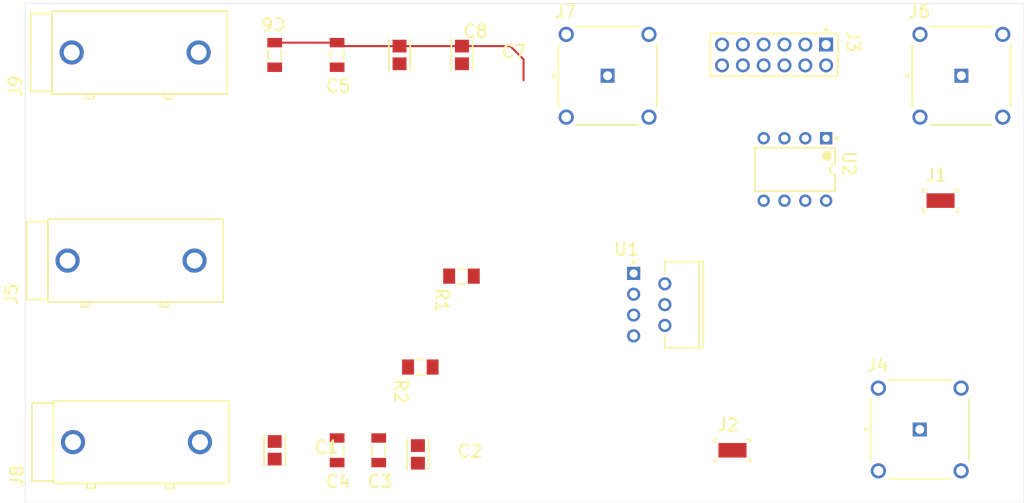
<source format=kicad_pcb>
(kicad_pcb (version 20211014) (generator pcbnew)
  (layers (0 "F.Cu" signal) (31 "B.Cu" signal) (34 "B.Paste" user) (35 "F.Paste" user) (36 "B.SilkS" user "B.Silkscreen") (37 "F.SilkS" user "F.Silkscreen") (38 "B.Mask" user) (39 "F.Mask" user) (44 "Edge.Cuts" user))
  (property "SHEETTOTAL" "1")
  (net 0 "")
  (net 1 "70V")
  (net 2 "GND")
  (net 3 "-10V")
  (net 4 "Net-(J1-Pad1)")
  (net 5 "Net-(J2-Pad1)")
  (net 6 "/Arduino_pass0")
  (net 7 "5_V")
  (net 9 "Net-(J3-Pad4)")
  (net 10 "Net-(J3-Pad5)")
  (net 11 "Net-(J3-Pad7)")
  (net 12 "CS_Passthrough")
  (net 13 "Net-(J3-Pad10)")
  (net 14 "/Arduino_pass1")
  (net 15 "Net-(R1-Pad1)")
  (footprint "oldLibrary:KVT0007A" (layer "F.Cu") (at 167.740047 95.970006)
    (fp_text reference "U1" (at -4.44467 -5.842246 unlocked) (layer "F.SilkS") (effects (font (size 1.524 1.524) (thickness 0.254)) (justify left bottom)))
    (fp_text value "OPA452TA-1" hide)
    (fp_line (start 1.895 -5.25) (end 6.595 -5.25) (layer "F.SilkS") (width 0.2))
    (fp_line (start 1.895 -3.74) (end 1.895 -5.25) (layer "F.SilkS") (width 0.2))
    (fp_line (start 1.895 5.25) (end 1.895 3.74) (layer "F.SilkS") (width 0.2))
    (fp_line (start 6.095 5.25) (end 6.095 -5.25) (layer "F.SilkS") (width 0.2))
    (fp_line (start 6.595 5.25) (end 6.595 -5.25) (layer "F.SilkS") (width 0.2))
    (fp_line (start 1.895 5.25) (end 6.595 5.25) (layer "F.SilkS") (width 0.2))
    (fp_circle (center -1.905 -5.16) (end -1.905 -5.285) (layer "F.SilkS") (width 0.25) (fill none))
    (pad "1" thru_hole rect (at -1.905 -3.81) (size 1.6 1.6) (drill 1) (layers *.Cu *.Mask) (net 15 "Net-(R1-Pad1)"))
    (pad "2" thru_hole circle (at 1.905 -2.54) (size 1.6 1.6) (drill 1) (layers *.Cu *.Mask) (net 4 "Net-(J1-Pad1)"))
    (pad "3" thru_hole circle (at -1.905 -1.27) (size 1.6 1.6) (drill 1) (layers *.Cu *.Mask))
    (pad "4" thru_hole circle (at 1.905 0) (size 1.6 1.6) (drill 1) (layers *.Cu *.Mask) (net 3 "-10V"))
    (pad "5" thru_hole circle (at -1.905 1.27) (size 1.6 1.6) (drill 1) (layers *.Cu *.Mask) (net 1 "70V"))
    (pad "6" thru_hole circle (at 1.905 2.54) (size 1.6 1.6) (drill 1) (layers *.Cu *.Mask) (net 5 "Net-(J2-Pad1)"))
    (pad "7" thru_hole circle (at -1.905 3.81) (size 1.6 1.6) (drill 1) (layers *.Cu *.Mask))
  )
  (footprint "oldLibrary:CAPC1206(3216)100_N" (layer "F.Cu") (at 122.020047 65.49001 -90)
    (fp_text reference "C6" (at -4.698753 -1.523589 -180 unlocked) (layer "F.SilkS") (effects (font (size 1.524 1.524) (thickness 0.254)) (justify left bottom)))
    (fp_text value "CAP 100pF 100V 1206(3216)" hide)
    (fp_line (start -0.549999 0.799996) (end 0.550002 0.799996) (layer "F.SilkS") (width 0.2))
    (fp_line (start -0.549999 -0.800003) (end 0.550002 -0.800003) (layer "F.SilkS") (width 0.2))
    (pad "1" smd rect (at -1.499999 -0.000003) (size 1.8 1.15) (layers "F.Cu" "F.Paste" "F.Mask") (net 3 "-10V"))
    (pad "2" smd rect (at 1.5 -0.000003) (size 1.8 1.15) (layers "F.Cu" "F.Paste" "F.Mask") (net 2 "GND"))
  )
  (footprint "oldLibrary:FP-C3216-160-0_2-IPC_C" (layer "F.Cu") (at 144.880047 65.490006 -90)
    (fp_text reference "C7" (at 0.507754 -4.69933 unlocked) (layer "F.SilkS") (effects (font (size 1.524 1.524) (thickness 0.254)) (justify left bottom)))
    (fp_text value "C3216JB1A106M160AA" hide)
    (fp_line (start 1.8531 1.3) (end -1.8531 1.3) (layer "F.SilkS") (width 0.2))
    (fp_line (start 1.8531 -1.3) (end -1.8531 -1.3) (layer "F.SilkS") (width 0.2))
    (pad "1" smd rect (at -1.076124 0 270) (size 1.553949 1.706202) (layers "F.Cu" "F.Paste" "F.Mask") (net 3 "-10V"))
    (pad "2" smd rect (at 1.076124 0 270) (size 1.553949 1.706202) (layers "F.Cu" "F.Paste" "F.Mask") (net 2 "GND"))
  )
  (footprint "oldLibrary:FP-5015-MFG" (layer "F.Cu") (at 203.300047 83.270006)
    (fp_text reference "J1" (at -2.0066 -2.2098 unlocked) (layer "F.SilkS") (effects (font (size 1.524 1.524) (thickness 0.254)) (justify left bottom)))
    (fp_text value "5015" hide)
    (fp_line (start -2.164735 1.339794) (end -1.764736 1.339794) (layer "F.SilkS") (width 0.2))
    (fp_line (start 1.764309 1.339223) (end 2.164311 1.339223) (layer "F.SilkS") (width 0.2))
    (fp_line (start -2.164532 -0.939823) (end -2.164532 -1.339822) (layer "F.SilkS") (width 0.2))
    (fp_line (start 2.166041 -0.939221) (end 2.166041 -1.33922) (layer "F.SilkS") (width 0.2))
    (fp_line (start 1.766042 -1.33922) (end 2.166041 -1.33922) (layer "F.SilkS") (width 0.2))
    (fp_line (start -2.164735 1.339794) (end -2.164735 0.939795) (layer "F.SilkS") (width 0.2))
    (fp_line (start -2.164532 -1.339822) (end -1.76453 -1.339822) (layer "F.SilkS") (width 0.2))
    (fp_line (start 2.164311 1.339223) (end 2.164311 0.939221) (layer "F.SilkS") (width 0.2))
    (pad "1" smd rect (at 0 0) (size 3.43 1.78) (layers "F.Cu" "F.Paste" "F.Mask") (net 4 "Net-(J1-Pad1)"))
  )
  (footprint "oldLibrary:FP-61301221121-MFG" (layer "F.Cu") (at 182.980047 65.490006 180)
    (fp_text reference "J3" (at -8.7376 3.0988 270 unlocked) (layer "F.SilkS") (effects (font (size 1.524 1.524) (thickness 0.254)) (justify left bottom)))
    (fp_text value "61301221121" hide)
    (fp_line (start 7.77 2.615) (end 7.77 -2.615) (layer "F.SilkS") (width 0.2))
    (fp_line (start 7.77 2.615) (end -7.77 2.615) (layer "F.SilkS") (width 0.2))
    (fp_line (start -7.77 2.615) (end -7.77 -2.615) (layer "F.SilkS") (width 0.2))
    (fp_line (start 7.77 -2.615) (end -7.77 -2.615) (layer "F.SilkS") (width 0.2))
    (fp_circle (center -6.35 3.095) (end -6.475 3.095) (layer "F.SilkS") (width 0.25) (fill none))
    (pad "1" thru_hole rect (at -6.35 1.27 180) (size 1.7 1.7) (drill 1.1) (layers *.Cu *.Mask) (net 6 "/Arduino_pass0"))
    (pad "2" thru_hole circle (at -6.35 -1.27 180) (size 1.7 1.7) (drill 1.1) (layers *.Cu *.Mask) (net 7 "5_V"))
    (pad "3" thru_hole circle (at -3.81 1.27 180) (size 1.7 1.7) (drill 1.1) (layers *.Cu *.Mask))
    (pad "4" thru_hole circle (at -3.81 -1.27 180) (size 1.7 1.7) (drill 1.1) (layers *.Cu *.Mask) (net 9 "Net-(J3-Pad4)"))
    (pad "5" thru_hole circle (at -1.27 1.27 180) (size 1.7 1.7) (drill 1.1) (layers *.Cu *.Mask) (net 10 "Net-(J3-Pad5)"))
    (pad "6" thru_hole circle (at -1.27 -1.27 180) (size 1.7 1.7) (drill 1.1) (layers *.Cu *.Mask) (net 10 "Net-(J3-Pad5)"))
    (pad "7" thru_hole circle (at 1.27 1.27 180) (size 1.7 1.7) (drill 1.1) (layers *.Cu *.Mask) (net 11 "Net-(J3-Pad7)"))
    (pad "8" thru_hole circle (at 1.27 -1.27 180) (size 1.7 1.7) (drill 1.1) (layers *.Cu *.Mask) (net 11 "Net-(J3-Pad7)"))
    (pad "9" thru_hole circle (at 3.81 1.27 180) (size 1.7 1.7) (drill 1.1) (layers *.Cu *.Mask) (net 12 "CS_Passthrough"))
    (pad "10" thru_hole circle (at 3.81 -1.27 180) (size 1.7 1.7) (drill 1.1) (layers *.Cu *.Mask) (net 13 "Net-(J3-Pad10)"))
    (pad "11" thru_hole circle (at 6.35 1.27 180) (size 1.7 1.7) (drill 1.1) (layers *.Cu *.Mask) (net 12 "CS_Passthrough"))
    (pad "12" thru_hole circle (at 6.35 -1.27 180) (size 1.7 1.7) (drill 1.1) (layers *.Cu *.Mask) (net 14 "/Arduino_pass1"))
  )
  (footprint "oldLibrary:FP-24_243_1-MFG" (layer "F.Cu") (at 104.400037 113.049998)
    (fp_text reference "J8" (at -12.963 5.288 90 unlocked) (layer "F.SilkS") (effects (font (size 1.524 1.524) (thickness 0.254)) (justify left bottom)))
    (fp_text value "24.243.1" hide)
    (fp_line (start 5.3 4.75) (end 4.299998 4.75) (layer "F.SilkS") (width 0.2))
    (fp_line (start 11.999998 4.75) (end -9.4 4.75) (layer "F.SilkS") (width 0.2))
    (fp_line (start 4.299998 5.35) (end 4.299998 4.75) (layer "F.SilkS") (width 0.2))
    (fp_line (start -12 4.45) (end -12 -5.05) (layer "F.SilkS") (width 0.2))
    (fp_line (start 11.999998 4.75) (end 11.999998 -5.35) (layer "F.SilkS") (width 0.2))
    (fp_line (start -4.3 5.35) (end -5.3 5.35) (layer "F.SilkS") (width 0.2))
    (fp_line (start -9.4 4.45) (end -9.4 -5.05) (layer "F.SilkS") (width 0.2))
    (fp_line (start -4.3 4.75) (end -5.3 4.75) (layer "F.SilkS") (width 0.2))
    (fp_line (start -5.3 5.35) (end -5.3 4.75) (layer "F.SilkS") (width 0.2))
    (fp_line (start -9.4 4.45) (end -12 4.45) (layer "F.SilkS") (width 0.2))
    (fp_line (start 5.3 5.35) (end 5.3 4.75) (layer "F.SilkS") (width 0.2))
    (fp_line (start 11.999998 -5.35) (end -9.4 -5.35) (layer "F.SilkS") (width 0.2))
    (fp_line (start -9.4 4.75) (end -9.4 -5.35) (layer "F.SilkS") (width 0.2))
    (fp_line (start -4.3 5.35) (end -4.3 4.75) (layer "F.SilkS") (width 0.2))
    (fp_line (start 5.3 5.35) (end 4.299998 5.35) (layer "F.SilkS") (width 0.2))
    (fp_line (start -9.4 -5.05) (end -12 -5.05) (layer "F.SilkS") (width 0.2))
    (pad "1" thru_hole circle (at 8.5 -0.3) (size 2.95 2.95) (drill 1.95) (layers *.Cu *.Mask) (net 2 "GND"))
    (pad "1" thru_hole circle (at -7.000002 -0.3) (size 2.95 2.95) (drill 1.95) (layers *.Cu *.Mask) (net 2 "GND"))
  )
  (footprint "oldLibrary:CAPC1206(3216)100_N" (layer "F.Cu") (at 129.640047 65.490006 90)
    (fp_text reference "C5" (at -4.698753 -1.523589 unlocked) (layer "F.SilkS") (effects (font (size 1.524 1.524) (thickness 0.254)) (justify left bottom)))
    (fp_text value "CAP 100pF 100V 1206(3216)" hide)
    (fp_line (start -0.549999 0.799996) (end 0.550002 0.799996) (layer "F.SilkS") (width 0.2))
    (fp_line (start -0.549999 -0.800003) (end 0.550002 -0.800003) (layer "F.SilkS") (width 0.2))
    (pad "1" smd rect (at -1.499999 -0.000003 180) (size 1.8 1.15) (layers "F.Cu" "F.Paste" "F.Mask") (net 2 "GND"))
    (pad "2" smd rect (at 1.5 -0.000003 180) (size 1.8 1.15) (layers "F.Cu" "F.Paste" "F.Mask") (net 3 "-10V"))
  )
  (footprint "oldLibrary:FP-KTR18-IPC_A" (layer "F.Cu") (at 139.800047 103.590006)
    (fp_text reference "R2" (at -3.279491 1.26967 270 unlocked) (layer "F.SilkS") (effects (font (size 1.524 1.524) (thickness 0.254)) (justify left bottom)))
    (fp_text value "KTR18EZPJ102" hide)
    (fp_line (start 0.473377 -0.929109) (end -0.473377 -0.929109) (layer "F.SilkS") (width 0.2))
    (fp_line (start 0.473377 0.929109) (end -0.473377 0.929109) (layer "F.SilkS") (width 0.2))
    (pad "1" smd rect (at -1.501244 0 180) (size 1.455735 1.858221) (layers "F.Cu" "F.Paste" "F.Mask") (net 2 "GND"))
    (pad "2" smd rect (at 1.501244 0 180) (size 1.455735 1.858221) (layers "F.Cu" "F.Paste" "F.Mask") (net 15 "Net-(R1-Pad1)"))
  )
  (footprint "oldLibrary:FP-KTR18-IPC_A" (layer "F.Cu") (at 144.82005 92.490006)
    (fp_text reference "R1" (at -3.279491 1.26967 270 unlocked) (layer "F.SilkS") (effects (font (size 1.524 1.524) (thickness 0.254)) (justify left bottom)))
    (fp_text value "KTR18EZPJ102" hide)
    (fp_line (start 0.473377 0.929109) (end -0.473377 0.929109) (layer "F.SilkS") (width 0.2))
    (fp_line (start 0.473377 -0.929109) (end -0.473377 -0.929109) (layer "F.SilkS") (width 0.2))
    (pad "1" smd rect (at -1.501244 0 180) (size 1.455735 1.858221) (layers "F.Cu" "F.Paste" "F.Mask") (net 15 "Net-(R1-Pad1)"))
    (pad "2" smd rect (at 1.501244 0 180) (size 1.455735 1.858221) (layers "F.Cu" "F.Paste" "F.Mask") (net 5 "Net-(J2-Pad1)"))
  )
  (footprint "oldLibrary:FP-C3216-160-0_2-IPC_C" (layer "F.Cu") (at 122.020047 113.750006 -90)
    (fp_text reference "C1" (at 0.507754 -4.69933 unlocked) (layer "F.SilkS") (effects (font (size 1.524 1.524) (thickness 0.254)) (justify left bottom)))
    (fp_text value "C3216JB1A106M160AA" hide)
    (fp_line (start 1.8531 -1.3) (end -1.8531 -1.3) (layer "F.SilkS") (width 0.2))
    (fp_line (start 1.8531 1.3) (end -1.8531 1.3) (layer "F.SilkS") (width 0.2))
    (pad "1" smd rect (at -1.076124 0 270) (size 1.553949 1.706202) (layers "F.Cu" "F.Paste" "F.Mask") (net 1 "70V"))
    (pad "2" smd rect (at 1.076124 0 270) (size 1.553949 1.706202) (layers "F.Cu" "F.Paste" "F.Mask") (net 2 "GND"))
  )
  (footprint "oldLibrary:CAPC1206(3216)100_N" (layer "F.Cu") (at 134.720047 113.750006 90)
    (fp_text reference "C3" (at -4.698753 -1.523589 unlocked) (layer "F.SilkS") (effects (font (size 1.524 1.524) (thickness 0.254)) (justify left bottom)))
    (fp_text value "CAP 100pF 100V 1206(3216)" hide)
    (fp_line (start -0.549999 0.799996) (end 0.550002 0.799996) (layer "F.SilkS") (width 0.2))
    (fp_line (start -0.549999 -0.800003) (end 0.550002 -0.800003) (layer "F.SilkS") (width 0.2))
    (pad "1" smd rect (at -1.499999 -0.000003 180) (size 1.8 1.15) (layers "F.Cu" "F.Paste" "F.Mask") (net 2 "GND"))
    (pad "2" smd rect (at 1.5 -0.000003 180) (size 1.8 1.15) (layers "F.Cu" "F.Paste" "F.Mask") (net 1 "70V"))
  )
  (footprint "oldLibrary:FP-C3216-160-0_2-IPC_C" (layer "F.Cu") (at 139.500047 114.249698 -90)
    (fp_text reference "C2" (at 0.507754 -4.69933 unlocked) (layer "F.SilkS") (effects (font (size 1.524 1.524) (thickness 0.254)) (justify left bottom)))
    (fp_text value "C3216JB1A106M160AA" hide)
    (fp_line (start 1.8531 -1.3) (end -1.8531 -1.3) (layer "F.SilkS") (width 0.2))
    (fp_line (start 1.8531 1.3) (end -1.8531 1.3) (layer "F.SilkS") (width 0.2))
    (pad "1" smd rect (at -1.076124 0 270) (size 1.553949 1.706202) (layers "F.Cu" "F.Paste" "F.Mask") (net 1 "70V"))
    (pad "2" smd rect (at 1.076124 0 270) (size 1.553949 1.706202) (layers "F.Cu" "F.Paste" "F.Mask") (net 2 "GND"))
  )
  (footprint "oldLibrary:FP-C3216-160-0_2-IPC_C" (layer "F.Cu") (at 137.260047 65.490006 -90)
    (fp_text reference "C8" (at -1.990006 -7.62 unlocked) (layer "F.SilkS") (effects (font (size 1.524 1.524) (thickness 0.254)) (justify left bottom)))
    (fp_text value "C3216JB1A106M160AA" hide)
    (fp_line (start 1.8531 -1.3) (end -1.8531 -1.3) (layer "F.SilkS") (width 0.2))
    (fp_line (start 1.8531 1.3) (end -1.8531 1.3) (layer "F.SilkS") (width 0.2))
    (pad "1" smd rect (at -1.076124 0 270) (size 1.553949 1.706202) (layers "F.Cu" "F.Paste" "F.Mask") (net 3 "-10V"))
    (pad "2" smd rect (at 1.076124 0 270) (size 1.553949 1.706202) (layers "F.Cu" "F.Paste" "F.Mask") (net 2 "GND"))
  )
  (footprint "oldLibrary:FP-1-1337445-0-MFG" (layer "F.Cu") (at 205.840047 68.030006)
    (fp_text reference "J6" (at -6.604 -6.9596 unlocked) (layer "F.SilkS") (effects (font (size 1.524 1.524) (thickness 0.254)) (justify left bottom)))
    (fp_text value "1-1337445-0" hide)
    (fp_line (start -6 3.75) (end -6 -3.75) (layer "F.SilkS") (width 0.2))
    (fp_line (start 6 3.75) (end 6 -3.75) (layer "F.SilkS") (width 0.2))
    (fp_line (start -3.75 6) (end 3.75 6) (layer "F.SilkS") (width 0.2))
    (fp_line (start -3.75 -6) (end 3.75 -6) (layer "F.SilkS") (width 0.2))
    (fp_circle (center -6.6 0) (end -6.6 -0.125) (layer "F.SilkS") (width 0.25) (fill none))
    (pad "1" thru_hole rect (at 0 0) (size 1.7 1.7) (drill 1.1) (layers *.Cu *.Mask) (net 6 "/Arduino_pass0"))
    (pad "2" thru_hole circle (at -5.05 -5.05) (size 1.85 1.85) (drill 1.2) (layers *.Cu *.Mask) (net 2 "GND"))
    (pad "3" thru_hole circle (at 5.05 -5.05) (size 1.85 1.85) (drill 1.2) (layers *.Cu *.Mask) (net 2 "GND"))
    (pad "4" thru_hole circle (at -5.05 5.05) (size 1.85 1.85) (drill 1.2) (layers *.Cu *.Mask) (net 2 "GND"))
    (pad "5" thru_hole circle (at 5.05 5.05) (size 1.85 1.85) (drill 1.2) (layers *.Cu *.Mask) (net 2 "GND"))
  )
  (footprint "oldLibrary:FP-24_243_1-MFG" (layer "F.Cu") (at 104.240039 65.490001)
    (fp_text reference "J9" (at -12.963 5.288 90 unlocked) (layer "F.SilkS") (effects (font (size 1.524 1.524) (thickness 0.254)) (justify left bottom)))
    (fp_text value "24.243.1" hide)
    (fp_line (start -9.4 -5.05) (end -12 -5.05) (layer "F.SilkS") (width 0.2))
    (fp_line (start 5.3 4.75) (end 4.299998 4.75) (layer "F.SilkS") (width 0.2))
    (fp_line (start -9.4 4.45) (end -12 4.45) (layer "F.SilkS") (width 0.2))
    (fp_line (start -12 4.45) (end -12 -5.05) (layer "F.SilkS") (width 0.2))
    (fp_line (start 5.3 5.35) (end 5.3 4.75) (layer "F.SilkS") (width 0.2))
    (fp_line (start -4.3 4.75) (end -5.3 4.75) (layer "F.SilkS") (width 0.2))
    (fp_line (start 11.999998 4.75) (end -9.4 4.75) (layer "F.SilkS") (width 0.2))
    (fp_line (start -4.3 5.35) (end -5.3 5.35) (layer "F.SilkS") (width 0.2))
    (fp_line (start -9.4 4.45) (end -9.4 -5.05) (layer "F.SilkS") (width 0.2))
    (fp_line (start 5.3 5.35) (end 4.299998 5.35) (layer "F.SilkS") (width 0.2))
    (fp_line (start -9.4 4.75) (end -9.4 -5.35) (layer "F.SilkS") (width 0.2))
    (fp_line (start 11.999998 -5.35) (end -9.4 -5.35) (layer "F.SilkS") (width 0.2))
    (fp_line (start -4.3 5.35) (end -4.3 4.75) (layer "F.SilkS") (width 0.2))
    (fp_line (start -5.3 5.35) (end -5.3 4.75) (layer "F.SilkS") (width 0.2))
    (fp_line (start 11.999998 4.75) (end 11.999998 -5.35) (layer "F.SilkS") (width 0.2))
    (fp_line (start 4.299998 5.35) (end 4.299998 4.75) (layer "F.SilkS") (width 0.2))
    (pad "1" thru_hole circle (at 8.5 -0.3) (size 2.95 2.95) (drill 1.95) (layers *.Cu *.Mask) (net 3 "-10V"))
    (pad "1" thru_hole circle (at -7.000002 -0.3) (size 2.95 2.95) (drill 1.95) (layers *.Cu *.Mask) (net 3 "-10V"))
  )
  (footprint "oldLibrary:FP-1-1337445-0-MFG" (layer "F.Cu") (at 162.660047 68.030006)
    (fp_text reference "J7" (at -6.604 -6.9596 unlocked) (layer "F.SilkS") (effects (font (size 1.524 1.524) (thickness 0.254)) (justify left bottom)))
    (fp_text value "1-1337445-0" hide)
    (fp_line (start -3.75 6) (end 3.75 6) (layer "F.SilkS") (width 0.2))
    (fp_line (start 6 3.75) (end 6 -3.75) (layer "F.SilkS") (width 0.2))
    (fp_line (start -3.75 -6) (end 3.75 -6) (layer "F.SilkS") (width 0.2))
    (fp_line (start -6 3.75) (end -6 -3.75) (layer "F.SilkS") (width 0.2))
    (fp_circle (center -6.6 0) (end -6.6 -0.125) (layer "F.SilkS") (width 0.25) (fill none))
    (pad "1" thru_hole rect (at 0 0) (size 1.7 1.7) (drill 1.1) (layers *.Cu *.Mask) (net 14 "/Arduino_pass1"))
    (pad "2" thru_hole circle (at -5.05 -5.05) (size 1.85 1.85) (drill 1.2) (layers *.Cu *.Mask) (net 2 "GND"))
    (pad "3" thru_hole circle (at 5.05 -5.05) (size 1.85 1.85) (drill 1.2) (layers *.Cu *.Mask) (net 2 "GND"))
    (pad "4" thru_hole circle (at -5.05 5.05) (size 1.85 1.85) (drill 1.2) (layers *.Cu *.Mask) (net 2 "GND"))
    (pad "5" thru_hole circle (at 5.05 5.05) (size 1.85 1.85) (drill 1.2) (layers *.Cu *.Mask) (net 2 "GND"))
  )
  (footprint "oldLibrary:PDIP300-P8" (layer "F.Cu") (at 185.520047 79.470006 -90)
    (fp_text reference "U2" (at -2.412589 -5.715246 -90 unlocked) (layer "F.SilkS") (effects (font (size 1.524 1.524) (thickness 0.254)) (justify left bottom)))
    (fp_text value "MCP4921-E/P" hide)
    (fp_line (start 2.65 4.9) (end 2.65 -4.9) (layer "F.SilkS") (width 0.2))
    (fp_line (start -2.65 4.9) (end -2.65 -4.9) (layer "F.SilkS") (width 0.2))
    (fp_line (start 0.635 -4.9) (end 2.65 -4.9) (layer "F.SilkS") (width 0.2))
    (fp_line (start -2.65 4.9) (end 2.65 4.9) (layer "F.SilkS") (width 0.2))
    (fp_line (start -2.65 -4.9) (end -0.635 -4.9) (layer "F.SilkS") (width 0.2))
    (fp_arc (start 0.635 -4.9) (mid 0 -4.265) (end -0.635 -4.9) (layer "F.SilkS") (width 0.2))
    (fp_circle (center -1.65 -3.9) (end -1.65 -4.2) (layer "F.SilkS") (width 0.6) (fill none))
    (fp_circle (center -3.81 -5.11) (end -3.81 -5.235) (layer "F.SilkS") (width 0.25) (fill none))
    (pad "1" thru_hole rect (at -3.81 -3.81 270) (size 1.5 1.5) (drill 0.9) (layers *.Cu *.Mask) (net 7 "5_V"))
    (pad "2" thru_hole circle (at -3.81 -1.27 270) (size 1.5 1.5) (drill 0.9) (layers *.Cu *.Mask) (net 9 "Net-(J3-Pad4)"))
    (pad "3" thru_hole circle (at -3.81 1.27 270) (size 1.5 1.5) (drill 0.9) (layers *.Cu *.Mask) (net 10 "Net-(J3-Pad5)"))
    (pad "4" thru_hole circle (at -3.81 3.81 270) (size 1.5 1.5) (drill 0.9) (layers *.Cu *.Mask) (net 11 "Net-(J3-Pad7)"))
    (pad "5" thru_hole circle (at 3.81 3.81 270) (size 1.5 1.5) (drill 0.9) (layers *.Cu *.Mask) (net 13 "Net-(J3-Pad10)"))
    (pad "6" thru_hole circle (at 3.81 1.27 270) (size 1.5 1.5) (drill 0.9) (layers *.Cu *.Mask) (net 7 "5_V"))
    (pad "7" thru_hole circle (at 3.81 -1.27 270) (size 1.5 1.5) (drill 0.9) (layers *.Cu *.Mask) (net 2 "GND"))
    (pad "8" thru_hole circle (at 3.81 -3.81 270) (size 1.5 1.5) (drill 0.9) (layers *.Cu *.Mask) (net 4 "Net-(J1-Pad1)"))
  )
  (footprint "oldLibrary:FP-1-1337445-0-MFG" (layer "F.Cu") (at 200.760047 111.210006)
    (fp_text reference "J4" (at -6.604 -6.9596 unlocked) (layer "F.SilkS") (effects (font (size 1.524 1.524) (thickness 0.254)) (justify left bottom)))
    (fp_text value "1-1337445-0" hide)
    (fp_line (start -3.75 6) (end 3.75 6) (layer "F.SilkS") (width 0.2))
    (fp_line (start -6 3.75) (end -6 -3.75) (layer "F.SilkS") (width 0.2))
    (fp_line (start -3.75 -6) (end 3.75 -6) (layer "F.SilkS") (width 0.2))
    (fp_line (start 6 3.75) (end 6 -3.75) (layer "F.SilkS") (width 0.2))
    (fp_circle (center -6.6 0) (end -6.6 -0.125) (layer "F.SilkS") (width 0.25) (fill none))
    (pad "1" thru_hole rect (at 0 0) (size 1.7 1.7) (drill 1.1) (layers *.Cu *.Mask) (net 5 "Net-(J2-Pad1)"))
    (pad "2" thru_hole circle (at -5.05 -5.05) (size 1.85 1.85) (drill 1.2) (layers *.Cu *.Mask) (net 2 "GND"))
    (pad "3" thru_hole circle (at 5.05 -5.05) (size 1.85 1.85) (drill 1.2) (layers *.Cu *.Mask) (net 2 "GND"))
    (pad "4" thru_hole circle (at -5.05 5.05) (size 1.85 1.85) (drill 1.2) (layers *.Cu *.Mask) (net 2 "GND"))
    (pad "5" thru_hole circle (at 5.05 5.05) (size 1.85 1.85) (drill 1.2) (layers *.Cu *.Mask) (net 2 "GND"))
  )
  (footprint "oldLibrary:FP-5015-MFG" (layer "F.Cu") (at 177.900047 113.750006)
    (fp_text reference "J2" (at -2.0066 -2.2098 unlocked) (layer "F.SilkS") (effects (font (size 1.524 1.524) (thickness 0.254)) (justify left bottom)))
    (fp_text value "5015" hide)
    (fp_line (start -2.164735 1.339794) (end -1.764736 1.339794) (layer "F.SilkS") (width 0.2))
    (fp_line (start 2.166041 -0.939221) (end 2.166041 -1.33922) (layer "F.SilkS") (width 0.2))
    (fp_line (start 1.766042 -1.33922) (end 2.166041 -1.33922) (layer "F.SilkS") (width 0.2))
    (fp_line (start -2.164735 1.339794) (end -2.164735 0.939795) (layer "F.SilkS") (width 0.2))
    (fp_line (start 1.764309 1.339223) (end 2.164311 1.339223) (layer "F.SilkS") (width 0.2))
    (fp_line (start -2.164532 -1.339822) (end -1.76453 -1.339822) (layer "F.SilkS") (width 0.2))
    (fp_line (start -2.164532 -0.939823) (end -2.164532 -1.339822) (layer "F.SilkS") (width 0.2))
    (fp_line (start 2.164311 1.339223) (end 2.164311 0.939221) (layer "F.SilkS") (width 0.2))
    (pad "1" smd rect (at 0 0) (size 3.43 1.78) (layers "F.Cu" "F.Paste" "F.Mask") (net 5 "Net-(J2-Pad1)"))
  )
  (footprint "oldLibrary:FP-24_243_1-MFG" (layer "F.Cu") (at 103.740046 90.890006)
    (fp_text reference "J5" (at -12.963 5.288 90 unlocked) (layer "F.SilkS") (effects (font (size 1.524 1.524) (thickness 0.254)) (justify left bottom)))
    (fp_text value "24.243.1" hide)
    (fp_line (start -4.3 5.35) (end -4.3 4.75) (layer "F.SilkS") (width 0.2))
    (fp_line (start 11.999998 -5.35) (end -9.4 -5.35) (layer "F.SilkS") (width 0.2))
    (fp_line (start -9.4 4.75) (end -9.4 -5.35) (layer "F.SilkS") (width 0.2))
    (fp_line (start -4.3 5.35) (end -5.3 5.35) (layer "F.SilkS") (width 0.2))
    (fp_line (start 11.999998 4.75) (end 11.999998 -5.35) (layer "F.SilkS") (width 0.2))
    (fp_line (start -9.4 -5.05) (end -12 -5.05) (layer "F.SilkS") (width 0.2))
    (fp_line (start -12 4.45) (end -12 -5.05) (layer "F.SilkS") (width 0.2))
    (fp_line (start 5.3 5.35) (end 5.3 4.75) (layer "F.SilkS") (width 0.2))
    (fp_line (start -4.3 4.75) (end -5.3 4.75) (layer "F.SilkS") (width 0.2))
    (fp_line (start 4.299998 5.35) (end 4.299998 4.75) (layer "F.SilkS") (width 0.2))
    (fp_line (start 5.3 5.35) (end 4.299998 5.35) (layer "F.SilkS") (width 0.2))
    (fp_line (start -9.4 4.45) (end -12 4.45) (layer "F.SilkS") (width 0.2))
    (fp_line (start -9.4 4.45) (end -9.4 -5.05) (layer "F.SilkS") (width 0.2))
    (fp_line (start -5.3 5.35) (end -5.3 4.75) (layer "F.SilkS") (width 0.2))
    (fp_line (start 11.999998 4.75) (end -9.4 4.75) (layer "F.SilkS") (width 0.2))
    (fp_line (start 5.3 4.75) (end 4.299998 4.75) (layer "F.SilkS") (width 0.2))
    (pad "1" thru_hole circle (at 8.5 -0.3) (size 2.95 2.95) (drill 1.95) (layers *.Cu *.Mask) (net 1 "70V"))
    (pad "1" thru_hole circle (at -7.000002 -0.3) (size 2.95 2.95) (drill 1.95) (layers *.Cu *.Mask) (net 1 "70V"))
  )
  (footprint "oldLibrary:CAPC1206(3216)100_N" (layer "F.Cu") (at 129.640047 113.750002 90)
    (fp_text reference "C4" (at -4.698753 -1.523589 unlocked) (layer "F.SilkS") (effects (font (size 1.524 1.524) (thickness 0.254)) (justify left bottom)))
    (fp_text value "CAP 100pF 100V 1206(3216)" hide)
    (fp_line (start -0.549999 -0.800003) (end 0.550002 -0.800003) (layer "F.SilkS") (width 0.2))
    (fp_line (start -0.549999 0.799996) (end 0.550002 0.799996) (layer "F.SilkS") (width 0.2))
    (pad "1" smd rect (at -1.499999 -0.000003 180) (size 1.8 1.15) (layers "F.Cu" "F.Paste" "F.Mask") (net 2 "GND"))
    (pad "2" smd rect (at 1.5 -0.000003 180) (size 1.8 1.15) (layers "F.Cu" "F.Paste" "F.Mask") (net 1 "70V"))
  )
  (gr_rect (start 213.480047 120.190006) (end 91.560047 59.230006) (layer "Edge.Cuts") (width 0.05) (fill none))
  (segment (start 122.02005 63.990011) (end 129.640039 63.990011) (width 0.25) (layer "F.Cu") (net 3))
  (segment (start 137.260047 64.413882) (end 144.880047 64.413882) (width 0.25) (layer "F.Cu") (net 3))
  (segment (start 130.06392 64.413882) (end 129.640044 63.990006) (width 0.25) (layer "F.Cu") (net 3))
  (segment (start 144.880047 64.413882) (end 150.773882 64.413882) (width 0.25) (layer "F.Cu") (net 3))
  (segment (start 152.4 66.04) (end 152.4 68.58) (width 0.25) (layer "F.Cu") (net 3))
  (segment (start 150.773882 64.413882) (end 152.4 66.04) (width 0.25) (layer "F.Cu") (net 3))
  (segment (start 137.260047 64.413882) (end 130.06392 64.413882) (width 0.25) (layer "F.Cu") (net 3))
  (segment (start 129.640039 63.990011) (end 129.640044 63.990006) (width 0.25) (layer "F.Cu") (net 3))
)
</source>
